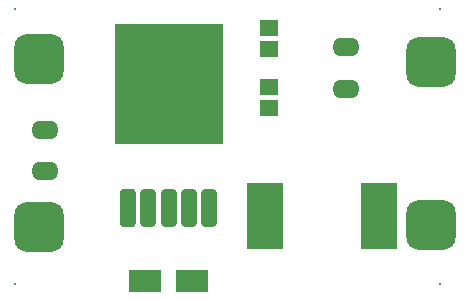
<source format=gts>
G04*
G04 #@! TF.GenerationSoftware,Altium Limited,Altium Designer,20.2.5 (213)*
G04*
G04 Layer_Color=8388736*
%FSLAX25Y25*%
%MOIN*%
G70*
G04*
G04 #@! TF.SameCoordinates,D13279C3-A8A1-413E-BFD4-EE2126F61682*
G04*
G04*
G04 #@! TF.FilePolarity,Negative*
G04*
G01*
G75*
G04:AMPARAMS|DCode=18|XSize=55.24mil|YSize=129.06mil|CornerRadius=15.81mil|HoleSize=0mil|Usage=FLASHONLY|Rotation=180.000|XOffset=0mil|YOffset=0mil|HoleType=Round|Shape=RoundedRectangle|*
%AMROUNDEDRECTD18*
21,1,0.05524,0.09744,0,0,180.0*
21,1,0.02362,0.12906,0,0,180.0*
1,1,0.03162,-0.01181,0.04872*
1,1,0.03162,0.01181,0.04872*
1,1,0.03162,0.01181,-0.04872*
1,1,0.03162,-0.01181,-0.04872*
%
%ADD18ROUNDEDRECTD18*%
G04:AMPARAMS|DCode=19|XSize=55.24mil|YSize=126.7mil|CornerRadius=15.81mil|HoleSize=0mil|Usage=FLASHONLY|Rotation=0.000|XOffset=0mil|YOffset=0mil|HoleType=Round|Shape=RoundedRectangle|*
%AMROUNDEDRECTD19*
21,1,0.05524,0.09508,0,0,0.0*
21,1,0.02362,0.12670,0,0,0.0*
1,1,0.03162,0.01181,-0.04754*
1,1,0.03162,-0.01181,-0.04754*
1,1,0.03162,-0.01181,0.04754*
1,1,0.03162,0.01181,0.04754*
%
%ADD19ROUNDEDRECTD19*%
%ADD20R,0.36233X0.40170*%
%ADD21R,0.12217X0.22060*%
%ADD22R,0.06115X0.05328*%
%ADD23R,0.10642X0.07493*%
%ADD24O,0.09068X0.06312*%
G04:AMPARAMS|DCode=25|XSize=8mil|YSize=8mil|CornerRadius=0mil|HoleSize=0mil|Usage=FLASHONLY|Rotation=0.000|XOffset=0mil|YOffset=0mil|HoleType=Round|Shape=RoundedRectangle|*
%AMROUNDEDRECTD25*
21,1,0.00800,0.00800,0,0,0.0*
21,1,0.00800,0.00800,0,0,0.0*
1,1,0.00000,0.00400,-0.00400*
1,1,0.00000,-0.00400,-0.00400*
1,1,0.00000,-0.00400,0.00400*
1,1,0.00000,0.00400,0.00400*
%
%ADD25ROUNDEDRECTD25*%
G04:AMPARAMS|DCode=26|XSize=165.48mil|YSize=165.48mil|CornerRadius=43.37mil|HoleSize=0mil|Usage=FLASHONLY|Rotation=0.000|XOffset=0mil|YOffset=0mil|HoleType=Round|Shape=RoundedRectangle|*
%AMROUNDEDRECTD26*
21,1,0.16548,0.07874,0,0,0.0*
21,1,0.07874,0.16548,0,0,0.0*
1,1,0.08674,0.03937,-0.03937*
1,1,0.08674,-0.03937,-0.03937*
1,1,0.08674,-0.03937,0.03937*
1,1,0.08674,0.03937,0.03937*
%
%ADD26ROUNDEDRECTD26*%
D18*
X380201Y279961D02*
D03*
D19*
X386951Y280079D02*
D03*
X393701D02*
D03*
X400451D02*
D03*
X407201D02*
D03*
D20*
X393701Y321461D02*
D03*
D21*
X463976Y277559D02*
D03*
X425787D02*
D03*
D22*
X427165Y320374D02*
D03*
Y313484D02*
D03*
Y340059D02*
D03*
Y333169D02*
D03*
D23*
X385827Y255906D02*
D03*
X401575D02*
D03*
D24*
X352362Y292323D02*
D03*
Y306102D02*
D03*
X452756Y319882D02*
D03*
Y333661D02*
D03*
D25*
X484252Y254921D02*
D03*
Y346457D02*
D03*
X342520Y254921D02*
D03*
Y346457D02*
D03*
D26*
X481299Y328740D02*
D03*
X350394Y329724D02*
D03*
X481299Y274606D02*
D03*
X350394Y273622D02*
D03*
M02*

</source>
